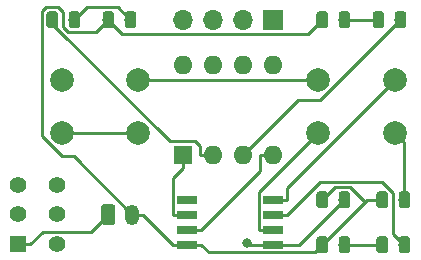
<source format=gbr>
G04 #@! TF.GenerationSoftware,KiCad,Pcbnew,(5.0.1-3-g963ef8bb5)*
G04 #@! TF.CreationDate,2019-02-13T22:27:56+01:00*
G04 #@! TF.ProjectId,main,6D61696E2E6B696361645F7063620000,rev?*
G04 #@! TF.SameCoordinates,Original*
G04 #@! TF.FileFunction,Copper,L1,Top,Signal*
G04 #@! TF.FilePolarity,Positive*
%FSLAX46Y46*%
G04 Gerber Fmt 4.6, Leading zero omitted, Abs format (unit mm)*
G04 Created by KiCad (PCBNEW (5.0.1-3-g963ef8bb5)) date 2019 February 13, Wednesday 22:27:56*
%MOMM*%
%LPD*%
G01*
G04 APERTURE LIST*
G04 #@! TA.AperFunction,Conductor*
%ADD10C,0.100000*%
G04 #@! TD*
G04 #@! TA.AperFunction,SMDPad,CuDef*
%ADD11C,0.975000*%
G04 #@! TD*
G04 #@! TA.AperFunction,ComponentPad*
%ADD12R,1.700000X1.700000*%
G04 #@! TD*
G04 #@! TA.AperFunction,ComponentPad*
%ADD13O,1.700000X1.700000*%
G04 #@! TD*
G04 #@! TA.AperFunction,ComponentPad*
%ADD14C,1.200000*%
G04 #@! TD*
G04 #@! TA.AperFunction,ComponentPad*
%ADD15O,1.200000X1.750000*%
G04 #@! TD*
G04 #@! TA.AperFunction,ComponentPad*
%ADD16C,2.000000*%
G04 #@! TD*
G04 #@! TA.AperFunction,SMDPad,CuDef*
%ADD17R,1.700000X0.650000*%
G04 #@! TD*
G04 #@! TA.AperFunction,ComponentPad*
%ADD18R,1.600000X1.600000*%
G04 #@! TD*
G04 #@! TA.AperFunction,ComponentPad*
%ADD19O,1.600000X1.600000*%
G04 #@! TD*
G04 #@! TA.AperFunction,ComponentPad*
%ADD20R,1.400000X1.400000*%
G04 #@! TD*
G04 #@! TA.AperFunction,ComponentPad*
%ADD21C,1.400000*%
G04 #@! TD*
G04 #@! TA.AperFunction,ViaPad*
%ADD22C,0.800000*%
G04 #@! TD*
G04 #@! TA.AperFunction,Conductor*
%ADD23C,0.250000*%
G04 #@! TD*
G04 APERTURE END LIST*
D10*
G04 #@! TO.N,Net-(D1-Pad2)*
G04 #@! TO.C,D1*
G36*
X79612642Y-94551174D02*
X79636303Y-94554684D01*
X79659507Y-94560496D01*
X79682029Y-94568554D01*
X79703653Y-94578782D01*
X79724170Y-94591079D01*
X79743383Y-94605329D01*
X79761107Y-94621393D01*
X79777171Y-94639117D01*
X79791421Y-94658330D01*
X79803718Y-94678847D01*
X79813946Y-94700471D01*
X79822004Y-94722993D01*
X79827816Y-94746197D01*
X79831326Y-94769858D01*
X79832500Y-94793750D01*
X79832500Y-95706250D01*
X79831326Y-95730142D01*
X79827816Y-95753803D01*
X79822004Y-95777007D01*
X79813946Y-95799529D01*
X79803718Y-95821153D01*
X79791421Y-95841670D01*
X79777171Y-95860883D01*
X79761107Y-95878607D01*
X79743383Y-95894671D01*
X79724170Y-95908921D01*
X79703653Y-95921218D01*
X79682029Y-95931446D01*
X79659507Y-95939504D01*
X79636303Y-95945316D01*
X79612642Y-95948826D01*
X79588750Y-95950000D01*
X79101250Y-95950000D01*
X79077358Y-95948826D01*
X79053697Y-95945316D01*
X79030493Y-95939504D01*
X79007971Y-95931446D01*
X78986347Y-95921218D01*
X78965830Y-95908921D01*
X78946617Y-95894671D01*
X78928893Y-95878607D01*
X78912829Y-95860883D01*
X78898579Y-95841670D01*
X78886282Y-95821153D01*
X78876054Y-95799529D01*
X78867996Y-95777007D01*
X78862184Y-95753803D01*
X78858674Y-95730142D01*
X78857500Y-95706250D01*
X78857500Y-94793750D01*
X78858674Y-94769858D01*
X78862184Y-94746197D01*
X78867996Y-94722993D01*
X78876054Y-94700471D01*
X78886282Y-94678847D01*
X78898579Y-94658330D01*
X78912829Y-94639117D01*
X78928893Y-94621393D01*
X78946617Y-94605329D01*
X78965830Y-94591079D01*
X78986347Y-94578782D01*
X79007971Y-94568554D01*
X79030493Y-94560496D01*
X79053697Y-94554684D01*
X79077358Y-94551174D01*
X79101250Y-94550000D01*
X79588750Y-94550000D01*
X79612642Y-94551174D01*
X79612642Y-94551174D01*
G37*
D11*
G04 #@! TD*
G04 #@! TO.P,D1,2*
G04 #@! TO.N,Net-(D1-Pad2)*
X79345000Y-95250000D03*
D10*
G04 #@! TO.N,GND*
G04 #@! TO.C,D1*
G36*
X77737642Y-94551174D02*
X77761303Y-94554684D01*
X77784507Y-94560496D01*
X77807029Y-94568554D01*
X77828653Y-94578782D01*
X77849170Y-94591079D01*
X77868383Y-94605329D01*
X77886107Y-94621393D01*
X77902171Y-94639117D01*
X77916421Y-94658330D01*
X77928718Y-94678847D01*
X77938946Y-94700471D01*
X77947004Y-94722993D01*
X77952816Y-94746197D01*
X77956326Y-94769858D01*
X77957500Y-94793750D01*
X77957500Y-95706250D01*
X77956326Y-95730142D01*
X77952816Y-95753803D01*
X77947004Y-95777007D01*
X77938946Y-95799529D01*
X77928718Y-95821153D01*
X77916421Y-95841670D01*
X77902171Y-95860883D01*
X77886107Y-95878607D01*
X77868383Y-95894671D01*
X77849170Y-95908921D01*
X77828653Y-95921218D01*
X77807029Y-95931446D01*
X77784507Y-95939504D01*
X77761303Y-95945316D01*
X77737642Y-95948826D01*
X77713750Y-95950000D01*
X77226250Y-95950000D01*
X77202358Y-95948826D01*
X77178697Y-95945316D01*
X77155493Y-95939504D01*
X77132971Y-95931446D01*
X77111347Y-95921218D01*
X77090830Y-95908921D01*
X77071617Y-95894671D01*
X77053893Y-95878607D01*
X77037829Y-95860883D01*
X77023579Y-95841670D01*
X77011282Y-95821153D01*
X77001054Y-95799529D01*
X76992996Y-95777007D01*
X76987184Y-95753803D01*
X76983674Y-95730142D01*
X76982500Y-95706250D01*
X76982500Y-94793750D01*
X76983674Y-94769858D01*
X76987184Y-94746197D01*
X76992996Y-94722993D01*
X77001054Y-94700471D01*
X77011282Y-94678847D01*
X77023579Y-94658330D01*
X77037829Y-94639117D01*
X77053893Y-94621393D01*
X77071617Y-94605329D01*
X77090830Y-94591079D01*
X77111347Y-94578782D01*
X77132971Y-94568554D01*
X77155493Y-94560496D01*
X77178697Y-94554684D01*
X77202358Y-94551174D01*
X77226250Y-94550000D01*
X77713750Y-94550000D01*
X77737642Y-94551174D01*
X77737642Y-94551174D01*
G37*
D11*
G04 #@! TD*
G04 #@! TO.P,D1,1*
G04 #@! TO.N,GND*
X77470000Y-95250000D03*
D10*
G04 #@! TO.N,GND*
G04 #@! TO.C,D2*
G36*
X95850142Y-94551174D02*
X95873803Y-94554684D01*
X95897007Y-94560496D01*
X95919529Y-94568554D01*
X95941153Y-94578782D01*
X95961670Y-94591079D01*
X95980883Y-94605329D01*
X95998607Y-94621393D01*
X96014671Y-94639117D01*
X96028921Y-94658330D01*
X96041218Y-94678847D01*
X96051446Y-94700471D01*
X96059504Y-94722993D01*
X96065316Y-94746197D01*
X96068826Y-94769858D01*
X96070000Y-94793750D01*
X96070000Y-95706250D01*
X96068826Y-95730142D01*
X96065316Y-95753803D01*
X96059504Y-95777007D01*
X96051446Y-95799529D01*
X96041218Y-95821153D01*
X96028921Y-95841670D01*
X96014671Y-95860883D01*
X95998607Y-95878607D01*
X95980883Y-95894671D01*
X95961670Y-95908921D01*
X95941153Y-95921218D01*
X95919529Y-95931446D01*
X95897007Y-95939504D01*
X95873803Y-95945316D01*
X95850142Y-95948826D01*
X95826250Y-95950000D01*
X95338750Y-95950000D01*
X95314858Y-95948826D01*
X95291197Y-95945316D01*
X95267993Y-95939504D01*
X95245471Y-95931446D01*
X95223847Y-95921218D01*
X95203330Y-95908921D01*
X95184117Y-95894671D01*
X95166393Y-95878607D01*
X95150329Y-95860883D01*
X95136079Y-95841670D01*
X95123782Y-95821153D01*
X95113554Y-95799529D01*
X95105496Y-95777007D01*
X95099684Y-95753803D01*
X95096174Y-95730142D01*
X95095000Y-95706250D01*
X95095000Y-94793750D01*
X95096174Y-94769858D01*
X95099684Y-94746197D01*
X95105496Y-94722993D01*
X95113554Y-94700471D01*
X95123782Y-94678847D01*
X95136079Y-94658330D01*
X95150329Y-94639117D01*
X95166393Y-94621393D01*
X95184117Y-94605329D01*
X95203330Y-94591079D01*
X95223847Y-94578782D01*
X95245471Y-94568554D01*
X95267993Y-94560496D01*
X95291197Y-94554684D01*
X95314858Y-94551174D01*
X95338750Y-94550000D01*
X95826250Y-94550000D01*
X95850142Y-94551174D01*
X95850142Y-94551174D01*
G37*
D11*
G04 #@! TD*
G04 #@! TO.P,D2,1*
G04 #@! TO.N,GND*
X95582500Y-95250000D03*
D10*
G04 #@! TO.N,Net-(D2-Pad2)*
G04 #@! TO.C,D2*
G36*
X97725142Y-94551174D02*
X97748803Y-94554684D01*
X97772007Y-94560496D01*
X97794529Y-94568554D01*
X97816153Y-94578782D01*
X97836670Y-94591079D01*
X97855883Y-94605329D01*
X97873607Y-94621393D01*
X97889671Y-94639117D01*
X97903921Y-94658330D01*
X97916218Y-94678847D01*
X97926446Y-94700471D01*
X97934504Y-94722993D01*
X97940316Y-94746197D01*
X97943826Y-94769858D01*
X97945000Y-94793750D01*
X97945000Y-95706250D01*
X97943826Y-95730142D01*
X97940316Y-95753803D01*
X97934504Y-95777007D01*
X97926446Y-95799529D01*
X97916218Y-95821153D01*
X97903921Y-95841670D01*
X97889671Y-95860883D01*
X97873607Y-95878607D01*
X97855883Y-95894671D01*
X97836670Y-95908921D01*
X97816153Y-95921218D01*
X97794529Y-95931446D01*
X97772007Y-95939504D01*
X97748803Y-95945316D01*
X97725142Y-95948826D01*
X97701250Y-95950000D01*
X97213750Y-95950000D01*
X97189858Y-95948826D01*
X97166197Y-95945316D01*
X97142993Y-95939504D01*
X97120471Y-95931446D01*
X97098847Y-95921218D01*
X97078330Y-95908921D01*
X97059117Y-95894671D01*
X97041393Y-95878607D01*
X97025329Y-95860883D01*
X97011079Y-95841670D01*
X96998782Y-95821153D01*
X96988554Y-95799529D01*
X96980496Y-95777007D01*
X96974684Y-95753803D01*
X96971174Y-95730142D01*
X96970000Y-95706250D01*
X96970000Y-94793750D01*
X96971174Y-94769858D01*
X96974684Y-94746197D01*
X96980496Y-94722993D01*
X96988554Y-94700471D01*
X96998782Y-94678847D01*
X97011079Y-94658330D01*
X97025329Y-94639117D01*
X97041393Y-94621393D01*
X97059117Y-94605329D01*
X97078330Y-94591079D01*
X97098847Y-94578782D01*
X97120471Y-94568554D01*
X97142993Y-94560496D01*
X97166197Y-94554684D01*
X97189858Y-94551174D01*
X97213750Y-94550000D01*
X97701250Y-94550000D01*
X97725142Y-94551174D01*
X97725142Y-94551174D01*
G37*
D11*
G04 #@! TD*
G04 #@! TO.P,D2,2*
G04 #@! TO.N,Net-(D2-Pad2)*
X97457500Y-95250000D03*
D10*
G04 #@! TO.N,Net-(D3-Pad1)*
G04 #@! TO.C,D3*
G36*
X100930142Y-113601174D02*
X100953803Y-113604684D01*
X100977007Y-113610496D01*
X100999529Y-113618554D01*
X101021153Y-113628782D01*
X101041670Y-113641079D01*
X101060883Y-113655329D01*
X101078607Y-113671393D01*
X101094671Y-113689117D01*
X101108921Y-113708330D01*
X101121218Y-113728847D01*
X101131446Y-113750471D01*
X101139504Y-113772993D01*
X101145316Y-113796197D01*
X101148826Y-113819858D01*
X101150000Y-113843750D01*
X101150000Y-114756250D01*
X101148826Y-114780142D01*
X101145316Y-114803803D01*
X101139504Y-114827007D01*
X101131446Y-114849529D01*
X101121218Y-114871153D01*
X101108921Y-114891670D01*
X101094671Y-114910883D01*
X101078607Y-114928607D01*
X101060883Y-114944671D01*
X101041670Y-114958921D01*
X101021153Y-114971218D01*
X100999529Y-114981446D01*
X100977007Y-114989504D01*
X100953803Y-114995316D01*
X100930142Y-114998826D01*
X100906250Y-115000000D01*
X100418750Y-115000000D01*
X100394858Y-114998826D01*
X100371197Y-114995316D01*
X100347993Y-114989504D01*
X100325471Y-114981446D01*
X100303847Y-114971218D01*
X100283330Y-114958921D01*
X100264117Y-114944671D01*
X100246393Y-114928607D01*
X100230329Y-114910883D01*
X100216079Y-114891670D01*
X100203782Y-114871153D01*
X100193554Y-114849529D01*
X100185496Y-114827007D01*
X100179684Y-114803803D01*
X100176174Y-114780142D01*
X100175000Y-114756250D01*
X100175000Y-113843750D01*
X100176174Y-113819858D01*
X100179684Y-113796197D01*
X100185496Y-113772993D01*
X100193554Y-113750471D01*
X100203782Y-113728847D01*
X100216079Y-113708330D01*
X100230329Y-113689117D01*
X100246393Y-113671393D01*
X100264117Y-113655329D01*
X100283330Y-113641079D01*
X100303847Y-113628782D01*
X100325471Y-113618554D01*
X100347993Y-113610496D01*
X100371197Y-113604684D01*
X100394858Y-113601174D01*
X100418750Y-113600000D01*
X100906250Y-113600000D01*
X100930142Y-113601174D01*
X100930142Y-113601174D01*
G37*
D11*
G04 #@! TD*
G04 #@! TO.P,D3,1*
G04 #@! TO.N,Net-(D3-Pad1)*
X100662500Y-114300000D03*
D10*
G04 #@! TO.N,status*
G04 #@! TO.C,D3*
G36*
X102805142Y-113601174D02*
X102828803Y-113604684D01*
X102852007Y-113610496D01*
X102874529Y-113618554D01*
X102896153Y-113628782D01*
X102916670Y-113641079D01*
X102935883Y-113655329D01*
X102953607Y-113671393D01*
X102969671Y-113689117D01*
X102983921Y-113708330D01*
X102996218Y-113728847D01*
X103006446Y-113750471D01*
X103014504Y-113772993D01*
X103020316Y-113796197D01*
X103023826Y-113819858D01*
X103025000Y-113843750D01*
X103025000Y-114756250D01*
X103023826Y-114780142D01*
X103020316Y-114803803D01*
X103014504Y-114827007D01*
X103006446Y-114849529D01*
X102996218Y-114871153D01*
X102983921Y-114891670D01*
X102969671Y-114910883D01*
X102953607Y-114928607D01*
X102935883Y-114944671D01*
X102916670Y-114958921D01*
X102896153Y-114971218D01*
X102874529Y-114981446D01*
X102852007Y-114989504D01*
X102828803Y-114995316D01*
X102805142Y-114998826D01*
X102781250Y-115000000D01*
X102293750Y-115000000D01*
X102269858Y-114998826D01*
X102246197Y-114995316D01*
X102222993Y-114989504D01*
X102200471Y-114981446D01*
X102178847Y-114971218D01*
X102158330Y-114958921D01*
X102139117Y-114944671D01*
X102121393Y-114928607D01*
X102105329Y-114910883D01*
X102091079Y-114891670D01*
X102078782Y-114871153D01*
X102068554Y-114849529D01*
X102060496Y-114827007D01*
X102054684Y-114803803D01*
X102051174Y-114780142D01*
X102050000Y-114756250D01*
X102050000Y-113843750D01*
X102051174Y-113819858D01*
X102054684Y-113796197D01*
X102060496Y-113772993D01*
X102068554Y-113750471D01*
X102078782Y-113728847D01*
X102091079Y-113708330D01*
X102105329Y-113689117D01*
X102121393Y-113671393D01*
X102139117Y-113655329D01*
X102158330Y-113641079D01*
X102178847Y-113628782D01*
X102200471Y-113618554D01*
X102222993Y-113610496D01*
X102246197Y-113604684D01*
X102269858Y-113601174D01*
X102293750Y-113600000D01*
X102781250Y-113600000D01*
X102805142Y-113601174D01*
X102805142Y-113601174D01*
G37*
D11*
G04 #@! TD*
G04 #@! TO.P,D3,2*
G04 #@! TO.N,status*
X102537500Y-114300000D03*
D12*
G04 #@! TO.P,J1,1*
G04 #@! TO.N,Net-(J1-Pad1)*
X91440000Y-95250000D03*
D13*
G04 #@! TO.P,J1,2*
G04 #@! TO.N,Net-(J1-Pad2)*
X88900000Y-95250000D03*
G04 #@! TO.P,J1,3*
G04 #@! TO.N,Net-(J1-Pad3)*
X86360000Y-95250000D03*
G04 #@! TO.P,J1,4*
G04 #@! TO.N,Net-(J1-Pad4)*
X83820000Y-95250000D03*
G04 #@! TD*
D10*
G04 #@! TO.N,Net-(J2-Pad1)*
G04 #@! TO.C,J2*
G36*
X77844505Y-110886204D02*
X77868773Y-110889804D01*
X77892572Y-110895765D01*
X77915671Y-110904030D01*
X77937850Y-110914520D01*
X77958893Y-110927132D01*
X77978599Y-110941747D01*
X77996777Y-110958223D01*
X78013253Y-110976401D01*
X78027868Y-110996107D01*
X78040480Y-111017150D01*
X78050970Y-111039329D01*
X78059235Y-111062428D01*
X78065196Y-111086227D01*
X78068796Y-111110495D01*
X78070000Y-111134999D01*
X78070000Y-112385001D01*
X78068796Y-112409505D01*
X78065196Y-112433773D01*
X78059235Y-112457572D01*
X78050970Y-112480671D01*
X78040480Y-112502850D01*
X78027868Y-112523893D01*
X78013253Y-112543599D01*
X77996777Y-112561777D01*
X77978599Y-112578253D01*
X77958893Y-112592868D01*
X77937850Y-112605480D01*
X77915671Y-112615970D01*
X77892572Y-112624235D01*
X77868773Y-112630196D01*
X77844505Y-112633796D01*
X77820001Y-112635000D01*
X77119999Y-112635000D01*
X77095495Y-112633796D01*
X77071227Y-112630196D01*
X77047428Y-112624235D01*
X77024329Y-112615970D01*
X77002150Y-112605480D01*
X76981107Y-112592868D01*
X76961401Y-112578253D01*
X76943223Y-112561777D01*
X76926747Y-112543599D01*
X76912132Y-112523893D01*
X76899520Y-112502850D01*
X76889030Y-112480671D01*
X76880765Y-112457572D01*
X76874804Y-112433773D01*
X76871204Y-112409505D01*
X76870000Y-112385001D01*
X76870000Y-111134999D01*
X76871204Y-111110495D01*
X76874804Y-111086227D01*
X76880765Y-111062428D01*
X76889030Y-111039329D01*
X76899520Y-111017150D01*
X76912132Y-110996107D01*
X76926747Y-110976401D01*
X76943223Y-110958223D01*
X76961401Y-110941747D01*
X76981107Y-110927132D01*
X77002150Y-110914520D01*
X77024329Y-110904030D01*
X77047428Y-110895765D01*
X77071227Y-110889804D01*
X77095495Y-110886204D01*
X77119999Y-110885000D01*
X77820001Y-110885000D01*
X77844505Y-110886204D01*
X77844505Y-110886204D01*
G37*
D14*
G04 #@! TD*
G04 #@! TO.P,J2,1*
G04 #@! TO.N,Net-(J2-Pad1)*
X77470000Y-111760000D03*
D15*
G04 #@! TO.P,J2,2*
G04 #@! TO.N,GND*
X79470000Y-111760000D03*
G04 #@! TD*
D10*
G04 #@! TO.N,Net-(D1-Pad2)*
G04 #@! TO.C,R1*
G36*
X74865142Y-94551174D02*
X74888803Y-94554684D01*
X74912007Y-94560496D01*
X74934529Y-94568554D01*
X74956153Y-94578782D01*
X74976670Y-94591079D01*
X74995883Y-94605329D01*
X75013607Y-94621393D01*
X75029671Y-94639117D01*
X75043921Y-94658330D01*
X75056218Y-94678847D01*
X75066446Y-94700471D01*
X75074504Y-94722993D01*
X75080316Y-94746197D01*
X75083826Y-94769858D01*
X75085000Y-94793750D01*
X75085000Y-95706250D01*
X75083826Y-95730142D01*
X75080316Y-95753803D01*
X75074504Y-95777007D01*
X75066446Y-95799529D01*
X75056218Y-95821153D01*
X75043921Y-95841670D01*
X75029671Y-95860883D01*
X75013607Y-95878607D01*
X74995883Y-95894671D01*
X74976670Y-95908921D01*
X74956153Y-95921218D01*
X74934529Y-95931446D01*
X74912007Y-95939504D01*
X74888803Y-95945316D01*
X74865142Y-95948826D01*
X74841250Y-95950000D01*
X74353750Y-95950000D01*
X74329858Y-95948826D01*
X74306197Y-95945316D01*
X74282993Y-95939504D01*
X74260471Y-95931446D01*
X74238847Y-95921218D01*
X74218330Y-95908921D01*
X74199117Y-95894671D01*
X74181393Y-95878607D01*
X74165329Y-95860883D01*
X74151079Y-95841670D01*
X74138782Y-95821153D01*
X74128554Y-95799529D01*
X74120496Y-95777007D01*
X74114684Y-95753803D01*
X74111174Y-95730142D01*
X74110000Y-95706250D01*
X74110000Y-94793750D01*
X74111174Y-94769858D01*
X74114684Y-94746197D01*
X74120496Y-94722993D01*
X74128554Y-94700471D01*
X74138782Y-94678847D01*
X74151079Y-94658330D01*
X74165329Y-94639117D01*
X74181393Y-94621393D01*
X74199117Y-94605329D01*
X74218330Y-94591079D01*
X74238847Y-94578782D01*
X74260471Y-94568554D01*
X74282993Y-94560496D01*
X74306197Y-94554684D01*
X74329858Y-94551174D01*
X74353750Y-94550000D01*
X74841250Y-94550000D01*
X74865142Y-94551174D01*
X74865142Y-94551174D01*
G37*
D11*
G04 #@! TD*
G04 #@! TO.P,R1,2*
G04 #@! TO.N,Net-(D1-Pad2)*
X74597500Y-95250000D03*
D10*
G04 #@! TO.N,Net-(R1-Pad1)*
G04 #@! TO.C,R1*
G36*
X72990142Y-94551174D02*
X73013803Y-94554684D01*
X73037007Y-94560496D01*
X73059529Y-94568554D01*
X73081153Y-94578782D01*
X73101670Y-94591079D01*
X73120883Y-94605329D01*
X73138607Y-94621393D01*
X73154671Y-94639117D01*
X73168921Y-94658330D01*
X73181218Y-94678847D01*
X73191446Y-94700471D01*
X73199504Y-94722993D01*
X73205316Y-94746197D01*
X73208826Y-94769858D01*
X73210000Y-94793750D01*
X73210000Y-95706250D01*
X73208826Y-95730142D01*
X73205316Y-95753803D01*
X73199504Y-95777007D01*
X73191446Y-95799529D01*
X73181218Y-95821153D01*
X73168921Y-95841670D01*
X73154671Y-95860883D01*
X73138607Y-95878607D01*
X73120883Y-95894671D01*
X73101670Y-95908921D01*
X73081153Y-95921218D01*
X73059529Y-95931446D01*
X73037007Y-95939504D01*
X73013803Y-95945316D01*
X72990142Y-95948826D01*
X72966250Y-95950000D01*
X72478750Y-95950000D01*
X72454858Y-95948826D01*
X72431197Y-95945316D01*
X72407993Y-95939504D01*
X72385471Y-95931446D01*
X72363847Y-95921218D01*
X72343330Y-95908921D01*
X72324117Y-95894671D01*
X72306393Y-95878607D01*
X72290329Y-95860883D01*
X72276079Y-95841670D01*
X72263782Y-95821153D01*
X72253554Y-95799529D01*
X72245496Y-95777007D01*
X72239684Y-95753803D01*
X72236174Y-95730142D01*
X72235000Y-95706250D01*
X72235000Y-94793750D01*
X72236174Y-94769858D01*
X72239684Y-94746197D01*
X72245496Y-94722993D01*
X72253554Y-94700471D01*
X72263782Y-94678847D01*
X72276079Y-94658330D01*
X72290329Y-94639117D01*
X72306393Y-94621393D01*
X72324117Y-94605329D01*
X72343330Y-94591079D01*
X72363847Y-94578782D01*
X72385471Y-94568554D01*
X72407993Y-94560496D01*
X72431197Y-94554684D01*
X72454858Y-94551174D01*
X72478750Y-94550000D01*
X72966250Y-94550000D01*
X72990142Y-94551174D01*
X72990142Y-94551174D01*
G37*
D11*
G04 #@! TD*
G04 #@! TO.P,R1,1*
G04 #@! TO.N,Net-(R1-Pad1)*
X72722500Y-95250000D03*
D10*
G04 #@! TO.N,Net-(D2-Pad2)*
G04 #@! TO.C,R2*
G36*
X100598142Y-94551174D02*
X100621803Y-94554684D01*
X100645007Y-94560496D01*
X100667529Y-94568554D01*
X100689153Y-94578782D01*
X100709670Y-94591079D01*
X100728883Y-94605329D01*
X100746607Y-94621393D01*
X100762671Y-94639117D01*
X100776921Y-94658330D01*
X100789218Y-94678847D01*
X100799446Y-94700471D01*
X100807504Y-94722993D01*
X100813316Y-94746197D01*
X100816826Y-94769858D01*
X100818000Y-94793750D01*
X100818000Y-95706250D01*
X100816826Y-95730142D01*
X100813316Y-95753803D01*
X100807504Y-95777007D01*
X100799446Y-95799529D01*
X100789218Y-95821153D01*
X100776921Y-95841670D01*
X100762671Y-95860883D01*
X100746607Y-95878607D01*
X100728883Y-95894671D01*
X100709670Y-95908921D01*
X100689153Y-95921218D01*
X100667529Y-95931446D01*
X100645007Y-95939504D01*
X100621803Y-95945316D01*
X100598142Y-95948826D01*
X100574250Y-95950000D01*
X100086750Y-95950000D01*
X100062858Y-95948826D01*
X100039197Y-95945316D01*
X100015993Y-95939504D01*
X99993471Y-95931446D01*
X99971847Y-95921218D01*
X99951330Y-95908921D01*
X99932117Y-95894671D01*
X99914393Y-95878607D01*
X99898329Y-95860883D01*
X99884079Y-95841670D01*
X99871782Y-95821153D01*
X99861554Y-95799529D01*
X99853496Y-95777007D01*
X99847684Y-95753803D01*
X99844174Y-95730142D01*
X99843000Y-95706250D01*
X99843000Y-94793750D01*
X99844174Y-94769858D01*
X99847684Y-94746197D01*
X99853496Y-94722993D01*
X99861554Y-94700471D01*
X99871782Y-94678847D01*
X99884079Y-94658330D01*
X99898329Y-94639117D01*
X99914393Y-94621393D01*
X99932117Y-94605329D01*
X99951330Y-94591079D01*
X99971847Y-94578782D01*
X99993471Y-94568554D01*
X100015993Y-94560496D01*
X100039197Y-94554684D01*
X100062858Y-94551174D01*
X100086750Y-94550000D01*
X100574250Y-94550000D01*
X100598142Y-94551174D01*
X100598142Y-94551174D01*
G37*
D11*
G04 #@! TD*
G04 #@! TO.P,R2,1*
G04 #@! TO.N,Net-(D2-Pad2)*
X100330500Y-95250000D03*
D10*
G04 #@! TO.N,Net-(R2-Pad2)*
G04 #@! TO.C,R2*
G36*
X102473142Y-94551174D02*
X102496803Y-94554684D01*
X102520007Y-94560496D01*
X102542529Y-94568554D01*
X102564153Y-94578782D01*
X102584670Y-94591079D01*
X102603883Y-94605329D01*
X102621607Y-94621393D01*
X102637671Y-94639117D01*
X102651921Y-94658330D01*
X102664218Y-94678847D01*
X102674446Y-94700471D01*
X102682504Y-94722993D01*
X102688316Y-94746197D01*
X102691826Y-94769858D01*
X102693000Y-94793750D01*
X102693000Y-95706250D01*
X102691826Y-95730142D01*
X102688316Y-95753803D01*
X102682504Y-95777007D01*
X102674446Y-95799529D01*
X102664218Y-95821153D01*
X102651921Y-95841670D01*
X102637671Y-95860883D01*
X102621607Y-95878607D01*
X102603883Y-95894671D01*
X102584670Y-95908921D01*
X102564153Y-95921218D01*
X102542529Y-95931446D01*
X102520007Y-95939504D01*
X102496803Y-95945316D01*
X102473142Y-95948826D01*
X102449250Y-95950000D01*
X101961750Y-95950000D01*
X101937858Y-95948826D01*
X101914197Y-95945316D01*
X101890993Y-95939504D01*
X101868471Y-95931446D01*
X101846847Y-95921218D01*
X101826330Y-95908921D01*
X101807117Y-95894671D01*
X101789393Y-95878607D01*
X101773329Y-95860883D01*
X101759079Y-95841670D01*
X101746782Y-95821153D01*
X101736554Y-95799529D01*
X101728496Y-95777007D01*
X101722684Y-95753803D01*
X101719174Y-95730142D01*
X101718000Y-95706250D01*
X101718000Y-94793750D01*
X101719174Y-94769858D01*
X101722684Y-94746197D01*
X101728496Y-94722993D01*
X101736554Y-94700471D01*
X101746782Y-94678847D01*
X101759079Y-94658330D01*
X101773329Y-94639117D01*
X101789393Y-94621393D01*
X101807117Y-94605329D01*
X101826330Y-94591079D01*
X101846847Y-94578782D01*
X101868471Y-94568554D01*
X101890993Y-94560496D01*
X101914197Y-94554684D01*
X101937858Y-94551174D01*
X101961750Y-94550000D01*
X102449250Y-94550000D01*
X102473142Y-94551174D01*
X102473142Y-94551174D01*
G37*
D11*
G04 #@! TD*
G04 #@! TO.P,R2,2*
G04 #@! TO.N,Net-(R2-Pad2)*
X102205500Y-95250000D03*
D10*
G04 #@! TO.N,GND*
G04 #@! TO.C,R3*
G36*
X95850142Y-113601174D02*
X95873803Y-113604684D01*
X95897007Y-113610496D01*
X95919529Y-113618554D01*
X95941153Y-113628782D01*
X95961670Y-113641079D01*
X95980883Y-113655329D01*
X95998607Y-113671393D01*
X96014671Y-113689117D01*
X96028921Y-113708330D01*
X96041218Y-113728847D01*
X96051446Y-113750471D01*
X96059504Y-113772993D01*
X96065316Y-113796197D01*
X96068826Y-113819858D01*
X96070000Y-113843750D01*
X96070000Y-114756250D01*
X96068826Y-114780142D01*
X96065316Y-114803803D01*
X96059504Y-114827007D01*
X96051446Y-114849529D01*
X96041218Y-114871153D01*
X96028921Y-114891670D01*
X96014671Y-114910883D01*
X95998607Y-114928607D01*
X95980883Y-114944671D01*
X95961670Y-114958921D01*
X95941153Y-114971218D01*
X95919529Y-114981446D01*
X95897007Y-114989504D01*
X95873803Y-114995316D01*
X95850142Y-114998826D01*
X95826250Y-115000000D01*
X95338750Y-115000000D01*
X95314858Y-114998826D01*
X95291197Y-114995316D01*
X95267993Y-114989504D01*
X95245471Y-114981446D01*
X95223847Y-114971218D01*
X95203330Y-114958921D01*
X95184117Y-114944671D01*
X95166393Y-114928607D01*
X95150329Y-114910883D01*
X95136079Y-114891670D01*
X95123782Y-114871153D01*
X95113554Y-114849529D01*
X95105496Y-114827007D01*
X95099684Y-114803803D01*
X95096174Y-114780142D01*
X95095000Y-114756250D01*
X95095000Y-113843750D01*
X95096174Y-113819858D01*
X95099684Y-113796197D01*
X95105496Y-113772993D01*
X95113554Y-113750471D01*
X95123782Y-113728847D01*
X95136079Y-113708330D01*
X95150329Y-113689117D01*
X95166393Y-113671393D01*
X95184117Y-113655329D01*
X95203330Y-113641079D01*
X95223847Y-113628782D01*
X95245471Y-113618554D01*
X95267993Y-113610496D01*
X95291197Y-113604684D01*
X95314858Y-113601174D01*
X95338750Y-113600000D01*
X95826250Y-113600000D01*
X95850142Y-113601174D01*
X95850142Y-113601174D01*
G37*
D11*
G04 #@! TD*
G04 #@! TO.P,R3,1*
G04 #@! TO.N,GND*
X95582500Y-114300000D03*
D10*
G04 #@! TO.N,Net-(D3-Pad1)*
G04 #@! TO.C,R3*
G36*
X97725142Y-113601174D02*
X97748803Y-113604684D01*
X97772007Y-113610496D01*
X97794529Y-113618554D01*
X97816153Y-113628782D01*
X97836670Y-113641079D01*
X97855883Y-113655329D01*
X97873607Y-113671393D01*
X97889671Y-113689117D01*
X97903921Y-113708330D01*
X97916218Y-113728847D01*
X97926446Y-113750471D01*
X97934504Y-113772993D01*
X97940316Y-113796197D01*
X97943826Y-113819858D01*
X97945000Y-113843750D01*
X97945000Y-114756250D01*
X97943826Y-114780142D01*
X97940316Y-114803803D01*
X97934504Y-114827007D01*
X97926446Y-114849529D01*
X97916218Y-114871153D01*
X97903921Y-114891670D01*
X97889671Y-114910883D01*
X97873607Y-114928607D01*
X97855883Y-114944671D01*
X97836670Y-114958921D01*
X97816153Y-114971218D01*
X97794529Y-114981446D01*
X97772007Y-114989504D01*
X97748803Y-114995316D01*
X97725142Y-114998826D01*
X97701250Y-115000000D01*
X97213750Y-115000000D01*
X97189858Y-114998826D01*
X97166197Y-114995316D01*
X97142993Y-114989504D01*
X97120471Y-114981446D01*
X97098847Y-114971218D01*
X97078330Y-114958921D01*
X97059117Y-114944671D01*
X97041393Y-114928607D01*
X97025329Y-114910883D01*
X97011079Y-114891670D01*
X96998782Y-114871153D01*
X96988554Y-114849529D01*
X96980496Y-114827007D01*
X96974684Y-114803803D01*
X96971174Y-114780142D01*
X96970000Y-114756250D01*
X96970000Y-113843750D01*
X96971174Y-113819858D01*
X96974684Y-113796197D01*
X96980496Y-113772993D01*
X96988554Y-113750471D01*
X96998782Y-113728847D01*
X97011079Y-113708330D01*
X97025329Y-113689117D01*
X97041393Y-113671393D01*
X97059117Y-113655329D01*
X97078330Y-113641079D01*
X97098847Y-113628782D01*
X97120471Y-113618554D01*
X97142993Y-113610496D01*
X97166197Y-113604684D01*
X97189858Y-113601174D01*
X97213750Y-113600000D01*
X97701250Y-113600000D01*
X97725142Y-113601174D01*
X97725142Y-113601174D01*
G37*
D11*
G04 #@! TD*
G04 #@! TO.P,R3,2*
G04 #@! TO.N,Net-(D3-Pad1)*
X97457500Y-114300000D03*
D10*
G04 #@! TO.N,GND*
G04 #@! TO.C,R4*
G36*
X95850142Y-109791174D02*
X95873803Y-109794684D01*
X95897007Y-109800496D01*
X95919529Y-109808554D01*
X95941153Y-109818782D01*
X95961670Y-109831079D01*
X95980883Y-109845329D01*
X95998607Y-109861393D01*
X96014671Y-109879117D01*
X96028921Y-109898330D01*
X96041218Y-109918847D01*
X96051446Y-109940471D01*
X96059504Y-109962993D01*
X96065316Y-109986197D01*
X96068826Y-110009858D01*
X96070000Y-110033750D01*
X96070000Y-110946250D01*
X96068826Y-110970142D01*
X96065316Y-110993803D01*
X96059504Y-111017007D01*
X96051446Y-111039529D01*
X96041218Y-111061153D01*
X96028921Y-111081670D01*
X96014671Y-111100883D01*
X95998607Y-111118607D01*
X95980883Y-111134671D01*
X95961670Y-111148921D01*
X95941153Y-111161218D01*
X95919529Y-111171446D01*
X95897007Y-111179504D01*
X95873803Y-111185316D01*
X95850142Y-111188826D01*
X95826250Y-111190000D01*
X95338750Y-111190000D01*
X95314858Y-111188826D01*
X95291197Y-111185316D01*
X95267993Y-111179504D01*
X95245471Y-111171446D01*
X95223847Y-111161218D01*
X95203330Y-111148921D01*
X95184117Y-111134671D01*
X95166393Y-111118607D01*
X95150329Y-111100883D01*
X95136079Y-111081670D01*
X95123782Y-111061153D01*
X95113554Y-111039529D01*
X95105496Y-111017007D01*
X95099684Y-110993803D01*
X95096174Y-110970142D01*
X95095000Y-110946250D01*
X95095000Y-110033750D01*
X95096174Y-110009858D01*
X95099684Y-109986197D01*
X95105496Y-109962993D01*
X95113554Y-109940471D01*
X95123782Y-109918847D01*
X95136079Y-109898330D01*
X95150329Y-109879117D01*
X95166393Y-109861393D01*
X95184117Y-109845329D01*
X95203330Y-109831079D01*
X95223847Y-109818782D01*
X95245471Y-109808554D01*
X95267993Y-109800496D01*
X95291197Y-109794684D01*
X95314858Y-109791174D01*
X95338750Y-109790000D01*
X95826250Y-109790000D01*
X95850142Y-109791174D01*
X95850142Y-109791174D01*
G37*
D11*
G04 #@! TD*
G04 #@! TO.P,R4,1*
G04 #@! TO.N,GND*
X95582500Y-110490000D03*
D10*
G04 #@! TO.N,setup*
G04 #@! TO.C,R4*
G36*
X97725142Y-109791174D02*
X97748803Y-109794684D01*
X97772007Y-109800496D01*
X97794529Y-109808554D01*
X97816153Y-109818782D01*
X97836670Y-109831079D01*
X97855883Y-109845329D01*
X97873607Y-109861393D01*
X97889671Y-109879117D01*
X97903921Y-109898330D01*
X97916218Y-109918847D01*
X97926446Y-109940471D01*
X97934504Y-109962993D01*
X97940316Y-109986197D01*
X97943826Y-110009858D01*
X97945000Y-110033750D01*
X97945000Y-110946250D01*
X97943826Y-110970142D01*
X97940316Y-110993803D01*
X97934504Y-111017007D01*
X97926446Y-111039529D01*
X97916218Y-111061153D01*
X97903921Y-111081670D01*
X97889671Y-111100883D01*
X97873607Y-111118607D01*
X97855883Y-111134671D01*
X97836670Y-111148921D01*
X97816153Y-111161218D01*
X97794529Y-111171446D01*
X97772007Y-111179504D01*
X97748803Y-111185316D01*
X97725142Y-111188826D01*
X97701250Y-111190000D01*
X97213750Y-111190000D01*
X97189858Y-111188826D01*
X97166197Y-111185316D01*
X97142993Y-111179504D01*
X97120471Y-111171446D01*
X97098847Y-111161218D01*
X97078330Y-111148921D01*
X97059117Y-111134671D01*
X97041393Y-111118607D01*
X97025329Y-111100883D01*
X97011079Y-111081670D01*
X96998782Y-111061153D01*
X96988554Y-111039529D01*
X96980496Y-111017007D01*
X96974684Y-110993803D01*
X96971174Y-110970142D01*
X96970000Y-110946250D01*
X96970000Y-110033750D01*
X96971174Y-110009858D01*
X96974684Y-109986197D01*
X96980496Y-109962993D01*
X96988554Y-109940471D01*
X96998782Y-109918847D01*
X97011079Y-109898330D01*
X97025329Y-109879117D01*
X97041393Y-109861393D01*
X97059117Y-109845329D01*
X97078330Y-109831079D01*
X97098847Y-109818782D01*
X97120471Y-109808554D01*
X97142993Y-109800496D01*
X97166197Y-109794684D01*
X97189858Y-109791174D01*
X97213750Y-109790000D01*
X97701250Y-109790000D01*
X97725142Y-109791174D01*
X97725142Y-109791174D01*
G37*
D11*
G04 #@! TD*
G04 #@! TO.P,R4,2*
G04 #@! TO.N,setup*
X97457500Y-110490000D03*
D10*
G04 #@! TO.N,start*
G04 #@! TO.C,R5*
G36*
X102805142Y-109791174D02*
X102828803Y-109794684D01*
X102852007Y-109800496D01*
X102874529Y-109808554D01*
X102896153Y-109818782D01*
X102916670Y-109831079D01*
X102935883Y-109845329D01*
X102953607Y-109861393D01*
X102969671Y-109879117D01*
X102983921Y-109898330D01*
X102996218Y-109918847D01*
X103006446Y-109940471D01*
X103014504Y-109962993D01*
X103020316Y-109986197D01*
X103023826Y-110009858D01*
X103025000Y-110033750D01*
X103025000Y-110946250D01*
X103023826Y-110970142D01*
X103020316Y-110993803D01*
X103014504Y-111017007D01*
X103006446Y-111039529D01*
X102996218Y-111061153D01*
X102983921Y-111081670D01*
X102969671Y-111100883D01*
X102953607Y-111118607D01*
X102935883Y-111134671D01*
X102916670Y-111148921D01*
X102896153Y-111161218D01*
X102874529Y-111171446D01*
X102852007Y-111179504D01*
X102828803Y-111185316D01*
X102805142Y-111188826D01*
X102781250Y-111190000D01*
X102293750Y-111190000D01*
X102269858Y-111188826D01*
X102246197Y-111185316D01*
X102222993Y-111179504D01*
X102200471Y-111171446D01*
X102178847Y-111161218D01*
X102158330Y-111148921D01*
X102139117Y-111134671D01*
X102121393Y-111118607D01*
X102105329Y-111100883D01*
X102091079Y-111081670D01*
X102078782Y-111061153D01*
X102068554Y-111039529D01*
X102060496Y-111017007D01*
X102054684Y-110993803D01*
X102051174Y-110970142D01*
X102050000Y-110946250D01*
X102050000Y-110033750D01*
X102051174Y-110009858D01*
X102054684Y-109986197D01*
X102060496Y-109962993D01*
X102068554Y-109940471D01*
X102078782Y-109918847D01*
X102091079Y-109898330D01*
X102105329Y-109879117D01*
X102121393Y-109861393D01*
X102139117Y-109845329D01*
X102158330Y-109831079D01*
X102178847Y-109818782D01*
X102200471Y-109808554D01*
X102222993Y-109800496D01*
X102246197Y-109794684D01*
X102269858Y-109791174D01*
X102293750Y-109790000D01*
X102781250Y-109790000D01*
X102805142Y-109791174D01*
X102805142Y-109791174D01*
G37*
D11*
G04 #@! TD*
G04 #@! TO.P,R5,2*
G04 #@! TO.N,start*
X102537500Y-110490000D03*
D10*
G04 #@! TO.N,GND*
G04 #@! TO.C,R5*
G36*
X100930142Y-109791174D02*
X100953803Y-109794684D01*
X100977007Y-109800496D01*
X100999529Y-109808554D01*
X101021153Y-109818782D01*
X101041670Y-109831079D01*
X101060883Y-109845329D01*
X101078607Y-109861393D01*
X101094671Y-109879117D01*
X101108921Y-109898330D01*
X101121218Y-109918847D01*
X101131446Y-109940471D01*
X101139504Y-109962993D01*
X101145316Y-109986197D01*
X101148826Y-110009858D01*
X101150000Y-110033750D01*
X101150000Y-110946250D01*
X101148826Y-110970142D01*
X101145316Y-110993803D01*
X101139504Y-111017007D01*
X101131446Y-111039529D01*
X101121218Y-111061153D01*
X101108921Y-111081670D01*
X101094671Y-111100883D01*
X101078607Y-111118607D01*
X101060883Y-111134671D01*
X101041670Y-111148921D01*
X101021153Y-111161218D01*
X100999529Y-111171446D01*
X100977007Y-111179504D01*
X100953803Y-111185316D01*
X100930142Y-111188826D01*
X100906250Y-111190000D01*
X100418750Y-111190000D01*
X100394858Y-111188826D01*
X100371197Y-111185316D01*
X100347993Y-111179504D01*
X100325471Y-111171446D01*
X100303847Y-111161218D01*
X100283330Y-111148921D01*
X100264117Y-111134671D01*
X100246393Y-111118607D01*
X100230329Y-111100883D01*
X100216079Y-111081670D01*
X100203782Y-111061153D01*
X100193554Y-111039529D01*
X100185496Y-111017007D01*
X100179684Y-110993803D01*
X100176174Y-110970142D01*
X100175000Y-110946250D01*
X100175000Y-110033750D01*
X100176174Y-110009858D01*
X100179684Y-109986197D01*
X100185496Y-109962993D01*
X100193554Y-109940471D01*
X100203782Y-109918847D01*
X100216079Y-109898330D01*
X100230329Y-109879117D01*
X100246393Y-109861393D01*
X100264117Y-109845329D01*
X100283330Y-109831079D01*
X100303847Y-109818782D01*
X100325471Y-109808554D01*
X100347993Y-109800496D01*
X100371197Y-109794684D01*
X100394858Y-109791174D01*
X100418750Y-109790000D01*
X100906250Y-109790000D01*
X100930142Y-109791174D01*
X100930142Y-109791174D01*
G37*
D11*
G04 #@! TD*
G04 #@! TO.P,R5,1*
G04 #@! TO.N,GND*
X100662500Y-110490000D03*
D16*
G04 #@! TO.P,SW1,2*
G04 #@! TO.N,setup*
X73510000Y-104830000D03*
G04 #@! TO.P,SW1,1*
G04 #@! TO.N,+3V3*
X73510000Y-100330000D03*
G04 #@! TO.P,SW1,2*
G04 #@! TO.N,setup*
X80010000Y-104830000D03*
G04 #@! TO.P,SW1,1*
G04 #@! TO.N,+3V3*
X80010000Y-100330000D03*
G04 #@! TD*
G04 #@! TO.P,SW2,1*
G04 #@! TO.N,+3V3*
X101750000Y-100330000D03*
G04 #@! TO.P,SW2,2*
G04 #@! TO.N,start*
X101750000Y-104830000D03*
G04 #@! TO.P,SW2,1*
G04 #@! TO.N,+3V3*
X95250000Y-100330000D03*
G04 #@! TO.P,SW2,2*
G04 #@! TO.N,start*
X95250000Y-104830000D03*
G04 #@! TD*
D17*
G04 #@! TO.P,U1,1*
G04 #@! TO.N,Net-(U1-Pad1)*
X84140000Y-110490000D03*
G04 #@! TO.P,U1,2*
G04 #@! TO.N,onoff*
X84140000Y-111760000D03*
G04 #@! TO.P,U1,3*
G04 #@! TO.N,playpause*
X84140000Y-113030000D03*
G04 #@! TO.P,U1,4*
G04 #@! TO.N,GND*
X84140000Y-114300000D03*
G04 #@! TO.P,U1,5*
G04 #@! TO.N,setup*
X91440000Y-114300000D03*
G04 #@! TO.P,U1,6*
G04 #@! TO.N,start*
X91440000Y-113030000D03*
G04 #@! TO.P,U1,7*
G04 #@! TO.N,status*
X91440000Y-111760000D03*
G04 #@! TO.P,U1,8*
G04 #@! TO.N,+3V3*
X91440000Y-110490000D03*
G04 #@! TD*
D18*
G04 #@! TO.P,U2,1*
G04 #@! TO.N,onoff*
X83820000Y-106680000D03*
D19*
G04 #@! TO.P,U2,5*
G04 #@! TO.N,Net-(J1-Pad1)*
X91440000Y-99060000D03*
G04 #@! TO.P,U2,2*
G04 #@! TO.N,Net-(R1-Pad1)*
X86360000Y-106680000D03*
G04 #@! TO.P,U2,6*
G04 #@! TO.N,Net-(J1-Pad2)*
X88900000Y-99060000D03*
G04 #@! TO.P,U2,3*
G04 #@! TO.N,Net-(R2-Pad2)*
X88900000Y-106680000D03*
G04 #@! TO.P,U2,7*
G04 #@! TO.N,Net-(J1-Pad3)*
X86360000Y-99060000D03*
G04 #@! TO.P,U2,4*
G04 #@! TO.N,playpause*
X91440000Y-106680000D03*
G04 #@! TO.P,U2,8*
G04 #@! TO.N,Net-(J1-Pad4)*
X83820000Y-99060000D03*
G04 #@! TD*
D20*
G04 #@! TO.P,SW3,1*
G04 #@! TO.N,Net-(J2-Pad1)*
X69850000Y-114220000D03*
D21*
G04 #@! TO.P,SW3,2*
G04 #@! TO.N,+3V3*
X69850000Y-111720000D03*
G04 #@! TO.P,SW3,3*
G04 #@! TO.N,N/C*
X69850000Y-109220000D03*
G04 #@! TO.P,SW3,4*
X73150000Y-114220000D03*
G04 #@! TO.P,SW3,5*
X73150000Y-111720000D03*
G04 #@! TO.P,SW3,6*
X73150000Y-109220000D03*
G04 #@! TD*
D22*
G04 #@! TO.N,setup*
X89238600Y-114201200D03*
G04 #@! TD*
D23*
G04 #@! TO.N,Net-(D1-Pad2)*
X74597500Y-95250000D02*
X75642700Y-94204800D01*
X75642700Y-94204800D02*
X78299800Y-94204800D01*
X78299800Y-94204800D02*
X79345000Y-95250000D01*
G04 #@! TO.N,GND*
X77470000Y-95250000D02*
X78658900Y-96438900D01*
X78658900Y-96438900D02*
X94393600Y-96438900D01*
X94393600Y-96438900D02*
X95582500Y-95250000D01*
X79508500Y-111760000D02*
X74525100Y-106776600D01*
X74525100Y-106776600D02*
X73574200Y-106776600D01*
X73574200Y-106776600D02*
X71858000Y-105060400D01*
X71858000Y-105060400D02*
X71858000Y-94558900D01*
X71858000Y-94558900D02*
X72202600Y-94214300D01*
X72202600Y-94214300D02*
X73246100Y-94214300D01*
X73246100Y-94214300D02*
X73660000Y-94628200D01*
X73660000Y-94628200D02*
X73660000Y-95869100D01*
X73660000Y-95869100D02*
X74088700Y-96297800D01*
X74088700Y-96297800D02*
X76422200Y-96297800D01*
X76422200Y-96297800D02*
X77470000Y-95250000D01*
X79508500Y-111760000D02*
X80395300Y-111760000D01*
X79470000Y-111760000D02*
X79508500Y-111760000D01*
X99177800Y-110704700D02*
X95582500Y-114300000D01*
X100662500Y-110490000D02*
X99392500Y-110490000D01*
X99392500Y-110490000D02*
X99177800Y-110704700D01*
X99177800Y-110704700D02*
X97916900Y-109443800D01*
X97916900Y-109443800D02*
X96628700Y-109443800D01*
X96628700Y-109443800D02*
X95582500Y-110490000D01*
X84140000Y-114300000D02*
X85315300Y-114300000D01*
X95582500Y-114300000D02*
X94932200Y-114950300D01*
X94932200Y-114950300D02*
X85965600Y-114950300D01*
X85965600Y-114950300D02*
X85315300Y-114300000D01*
X84140000Y-114300000D02*
X82935300Y-114300000D01*
X82935300Y-114300000D02*
X80395300Y-111760000D01*
G04 #@! TO.N,Net-(D2-Pad2)*
X100330500Y-95250000D02*
X97457500Y-95250000D01*
G04 #@! TO.N,Net-(D3-Pad1)*
X97457500Y-114300000D02*
X100662500Y-114300000D01*
G04 #@! TO.N,status*
X91440000Y-111760000D02*
X92615300Y-111760000D01*
X92615300Y-111760000D02*
X95417400Y-108957900D01*
X95417400Y-108957900D02*
X100671600Y-108957900D01*
X100671600Y-108957900D02*
X101600000Y-109886300D01*
X101600000Y-109886300D02*
X101600000Y-113362500D01*
X101600000Y-113362500D02*
X102537500Y-114300000D01*
G04 #@! TO.N,+3V3*
X95250000Y-100330000D02*
X80010000Y-100330000D01*
X92615300Y-110490000D02*
X92615300Y-109464700D01*
X92615300Y-109464700D02*
X101750000Y-100330000D01*
X91440000Y-110490000D02*
X92615300Y-110490000D01*
G04 #@! TO.N,Net-(R1-Pad1)*
X86360000Y-106680000D02*
X85234700Y-106680000D01*
X85234700Y-106680000D02*
X85234700Y-105976600D01*
X85234700Y-105976600D02*
X84812800Y-105554700D01*
X84812800Y-105554700D02*
X82678600Y-105554700D01*
X82678600Y-105554700D02*
X72722500Y-95598600D01*
X72722500Y-95598600D02*
X72722500Y-95250000D01*
G04 #@! TO.N,Net-(R2-Pad2)*
X88900000Y-106680000D02*
X93509900Y-102070100D01*
X93509900Y-102070100D02*
X95385400Y-102070100D01*
X95385400Y-102070100D02*
X102205500Y-95250000D01*
G04 #@! TO.N,setup*
X91440000Y-114300000D02*
X89337400Y-114300000D01*
X89337400Y-114300000D02*
X89238600Y-114201200D01*
X97457500Y-110490000D02*
X93647500Y-114300000D01*
X93647500Y-114300000D02*
X91440000Y-114300000D01*
X80010000Y-104830000D02*
X73510000Y-104830000D01*
G04 #@! TO.N,start*
X101750000Y-104830000D02*
X102537500Y-105617500D01*
X102537500Y-105617500D02*
X102537500Y-110490000D01*
X91440000Y-113030000D02*
X90264700Y-113030000D01*
X90264700Y-113030000D02*
X90264700Y-109815300D01*
X90264700Y-109815300D02*
X95250000Y-104830000D01*
G04 #@! TO.N,onoff*
X84140000Y-111760000D02*
X82964700Y-111760000D01*
X83820000Y-106680000D02*
X83820000Y-107805300D01*
X83820000Y-107805300D02*
X82964700Y-108660600D01*
X82964700Y-108660600D02*
X82964700Y-111760000D01*
G04 #@! TO.N,playpause*
X90314700Y-106680000D02*
X90314700Y-108030600D01*
X90314700Y-108030600D02*
X85315300Y-113030000D01*
X84140000Y-113030000D02*
X85315300Y-113030000D01*
X91440000Y-106680000D02*
X90314700Y-106680000D01*
G04 #@! TO.N,Net-(J2-Pad1)*
X69850000Y-114220000D02*
X70875300Y-114220000D01*
X70875300Y-114220000D02*
X71900600Y-113194700D01*
X71900600Y-113194700D02*
X76035300Y-113194700D01*
X76035300Y-113194700D02*
X77470000Y-111760000D01*
G04 #@! TD*
M02*

</source>
